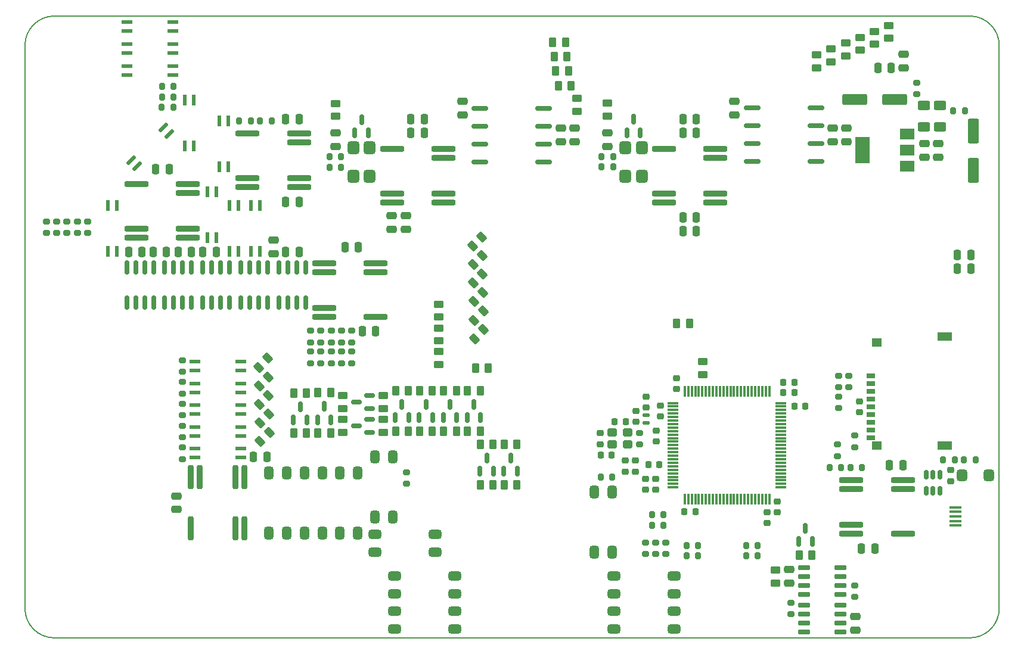
<source format=gtp>
G04 #@! TF.GenerationSoftware,KiCad,Pcbnew,7.0.6*
G04 #@! TF.CreationDate,2023-08-28T17:52:52+03:00*
G04 #@! TF.ProjectId,impeller,696d7065-6c6c-4657-922e-6b696361645f,rev?*
G04 #@! TF.SameCoordinates,Original*
G04 #@! TF.FileFunction,Paste,Top*
G04 #@! TF.FilePolarity,Positive*
%FSLAX46Y46*%
G04 Gerber Fmt 4.6, Leading zero omitted, Abs format (unit mm)*
G04 Created by KiCad (PCBNEW 7.0.6) date 2023-08-28 17:52:52*
%MOMM*%
%LPD*%
G01*
G04 APERTURE LIST*
G04 Aperture macros list*
%AMRoundRect*
0 Rectangle with rounded corners*
0 $1 Rounding radius*
0 $2 $3 $4 $5 $6 $7 $8 $9 X,Y pos of 4 corners*
0 Add a 4 corners polygon primitive as box body*
4,1,4,$2,$3,$4,$5,$6,$7,$8,$9,$2,$3,0*
0 Add four circle primitives for the rounded corners*
1,1,$1+$1,$2,$3*
1,1,$1+$1,$4,$5*
1,1,$1+$1,$6,$7*
1,1,$1+$1,$8,$9*
0 Add four rect primitives between the rounded corners*
20,1,$1+$1,$2,$3,$4,$5,0*
20,1,$1+$1,$4,$5,$6,$7,0*
20,1,$1+$1,$6,$7,$8,$9,0*
20,1,$1+$1,$8,$9,$2,$3,0*%
G04 Aperture macros list end*
%ADD10RoundRect,0.250000X0.250000X0.475000X-0.250000X0.475000X-0.250000X-0.475000X0.250000X-0.475000X0*%
%ADD11RoundRect,0.200000X0.275000X-0.200000X0.275000X0.200000X-0.275000X0.200000X-0.275000X-0.200000X0*%
%ADD12RoundRect,0.325000X0.325000X0.575000X-0.325000X0.575000X-0.325000X-0.575000X0.325000X-0.575000X0*%
%ADD13RoundRect,0.200000X-1.500000X0.200000X-1.500000X-0.200000X1.500000X-0.200000X1.500000X0.200000X0*%
%ADD14RoundRect,0.225000X-0.225000X-0.250000X0.225000X-0.250000X0.225000X0.250000X-0.225000X0.250000X0*%
%ADD15RoundRect,0.250000X0.475000X-0.250000X0.475000X0.250000X-0.475000X0.250000X-0.475000X-0.250000X0*%
%ADD16RoundRect,0.250000X0.132583X-0.503814X0.503814X-0.132583X-0.132583X0.503814X-0.503814X0.132583X0*%
%ADD17RoundRect,0.225000X-0.250000X0.225000X-0.250000X-0.225000X0.250000X-0.225000X0.250000X0.225000X0*%
%ADD18RoundRect,0.250000X0.262500X0.450000X-0.262500X0.450000X-0.262500X-0.450000X0.262500X-0.450000X0*%
%ADD19RoundRect,0.250000X0.450000X-0.262500X0.450000X0.262500X-0.450000X0.262500X-0.450000X-0.262500X0*%
%ADD20RoundRect,0.137500X-0.137500X0.662500X-0.137500X-0.662500X0.137500X-0.662500X0.137500X0.662500X0*%
%ADD21RoundRect,0.425000X0.425000X-0.500000X0.425000X0.500000X-0.425000X0.500000X-0.425000X-0.500000X0*%
%ADD22RoundRect,0.250000X-0.262500X-0.450000X0.262500X-0.450000X0.262500X0.450000X-0.262500X0.450000X0*%
%ADD23RoundRect,0.137500X-0.662500X-0.137500X0.662500X-0.137500X0.662500X0.137500X-0.662500X0.137500X0*%
%ADD24RoundRect,0.250000X-0.250000X-0.475000X0.250000X-0.475000X0.250000X0.475000X-0.250000X0.475000X0*%
%ADD25RoundRect,0.200000X0.200000X0.275000X-0.200000X0.275000X-0.200000X-0.275000X0.200000X-0.275000X0*%
%ADD26RoundRect,0.225000X0.250000X-0.225000X0.250000X0.225000X-0.250000X0.225000X-0.250000X-0.225000X0*%
%ADD27R,1.800000X0.400000*%
%ADD28RoundRect,0.162500X1.012500X0.162500X-1.012500X0.162500X-1.012500X-0.162500X1.012500X-0.162500X0*%
%ADD29RoundRect,0.150000X0.150000X-0.825000X0.150000X0.825000X-0.150000X0.825000X-0.150000X-0.825000X0*%
%ADD30RoundRect,0.137500X0.662500X0.137500X-0.662500X0.137500X-0.662500X-0.137500X0.662500X-0.137500X0*%
%ADD31RoundRect,0.200000X-0.275000X0.200000X-0.275000X-0.200000X0.275000X-0.200000X0.275000X0.200000X0*%
%ADD32RoundRect,0.325000X-0.575000X0.325000X-0.575000X-0.325000X0.575000X-0.325000X0.575000X0.325000X0*%
%ADD33RoundRect,0.200000X-0.200000X-0.275000X0.200000X-0.275000X0.200000X0.275000X-0.200000X0.275000X0*%
%ADD34RoundRect,0.150000X0.150000X-0.587500X0.150000X0.587500X-0.150000X0.587500X-0.150000X-0.587500X0*%
%ADD35RoundRect,0.250000X-1.500000X-0.550000X1.500000X-0.550000X1.500000X0.550000X-1.500000X0.550000X0*%
%ADD36RoundRect,0.150000X0.725000X0.150000X-0.725000X0.150000X-0.725000X-0.150000X0.725000X-0.150000X0*%
%ADD37RoundRect,0.137500X-0.371231X-0.565685X0.565685X0.371231X0.371231X0.565685X-0.565685X-0.371231X0*%
%ADD38RoundRect,0.250000X-0.475000X0.250000X-0.475000X-0.250000X0.475000X-0.250000X0.475000X0.250000X0*%
%ADD39RoundRect,0.325000X0.575000X-0.325000X0.575000X0.325000X-0.575000X0.325000X-0.575000X-0.325000X0*%
%ADD40RoundRect,0.380000X0.380000X0.445000X-0.380000X0.445000X-0.380000X-0.445000X0.380000X-0.445000X0*%
%ADD41RoundRect,0.200000X1.500000X-0.200000X1.500000X0.200000X-1.500000X0.200000X-1.500000X-0.200000X0*%
%ADD42R,1.300000X0.700000*%
%ADD43R,2.000000X1.200000*%
%ADD44R,1.400000X1.200000*%
%ADD45RoundRect,0.225000X0.225000X0.250000X-0.225000X0.250000X-0.225000X-0.250000X0.225000X-0.250000X0*%
%ADD46RoundRect,0.150000X-0.725000X-0.150000X0.725000X-0.150000X0.725000X0.150000X-0.725000X0.150000X0*%
%ADD47RoundRect,0.150000X0.587500X0.150000X-0.587500X0.150000X-0.587500X-0.150000X0.587500X-0.150000X0*%
%ADD48RoundRect,0.200000X0.200000X1.500000X-0.200000X1.500000X-0.200000X-1.500000X0.200000X-1.500000X0*%
%ADD49R,2.000000X1.500000*%
%ADD50R,2.000000X3.800000*%
%ADD51RoundRect,0.250000X-0.450000X0.262500X-0.450000X-0.262500X0.450000X-0.262500X0.450000X0.262500X0*%
%ADD52RoundRect,0.250000X-0.625000X0.400000X-0.625000X-0.400000X0.625000X-0.400000X0.625000X0.400000X0*%
%ADD53RoundRect,0.300000X0.400000X0.300000X-0.400000X0.300000X-0.400000X-0.300000X0.400000X-0.300000X0*%
%ADD54RoundRect,0.150000X-0.150000X0.512500X-0.150000X-0.512500X0.150000X-0.512500X0.150000X0.512500X0*%
%ADD55RoundRect,0.125000X0.375000X0.125000X-0.375000X0.125000X-0.375000X-0.125000X0.375000X-0.125000X0*%
%ADD56RoundRect,0.250000X-0.550000X1.500000X-0.550000X-1.500000X0.550000X-1.500000X0.550000X1.500000X0*%
%ADD57RoundRect,0.075000X-0.725000X-0.075000X0.725000X-0.075000X0.725000X0.075000X-0.725000X0.075000X0*%
%ADD58RoundRect,0.075000X-0.075000X-0.725000X0.075000X-0.725000X0.075000X0.725000X-0.075000X0.725000X0*%
G04 #@! TA.AperFunction,Profile*
%ADD59C,0.150000*%
G04 #@! TD*
G04 APERTURE END LIST*
D10*
X86672744Y-77126372D03*
X84772744Y-77126372D03*
D11*
X92412744Y-103461372D03*
X92412744Y-101811372D03*
D12*
X107252744Y-108506372D03*
X104712744Y-108506372D03*
X104712744Y-117046372D03*
X107252744Y-117046372D03*
D13*
X187417744Y-109556372D03*
X187417744Y-110826372D03*
X187417744Y-115906372D03*
X187417744Y-117176372D03*
X194717744Y-117176372D03*
X194717744Y-110826372D03*
X194717744Y-109556372D03*
D14*
X179327744Y-99066372D03*
X180877744Y-99066372D03*
D15*
X152772744Y-62106372D03*
X152772744Y-60206372D03*
D16*
X133618410Y-76289689D03*
X134908880Y-74999219D03*
D17*
X160292744Y-98946372D03*
X160292744Y-100496372D03*
D18*
X110045244Y-97158872D03*
X108220244Y-97158872D03*
D19*
X192742744Y-46748872D03*
X192742744Y-44923872D03*
D14*
X177767744Y-95646372D03*
X179317744Y-95646372D03*
D20*
X93967744Y-55536372D03*
X92697744Y-55536372D03*
X92697744Y-62036372D03*
X93967744Y-62036372D03*
D12*
X112252744Y-108506372D03*
X109712744Y-108506372D03*
X109712744Y-117046372D03*
X112252744Y-117046372D03*
D21*
X116697744Y-66371372D03*
X116697744Y-62321372D03*
X118997744Y-62321372D03*
X118997744Y-66371372D03*
D22*
X138110244Y-104486372D03*
X139935244Y-104486372D03*
D15*
X186737744Y-61436372D03*
X186737744Y-59536372D03*
D23*
X94192744Y-98901372D03*
X94192744Y-100171372D03*
X100692744Y-100171372D03*
X100692744Y-98901372D03*
D24*
X124857744Y-60211372D03*
X126757744Y-60211372D03*
D15*
X146137744Y-61456372D03*
X146137744Y-59556372D03*
D25*
X102107744Y-58476372D03*
X100457744Y-58476372D03*
D26*
X156732744Y-108346372D03*
X156732744Y-106796372D03*
D27*
X202181744Y-116006372D03*
X202181744Y-115356372D03*
X202181744Y-114706372D03*
X202181744Y-114056372D03*
X202181744Y-113406372D03*
D28*
X182372744Y-64296372D03*
X182372744Y-61756372D03*
X182372744Y-59216372D03*
X182372744Y-56676372D03*
X173322744Y-56676372D03*
X173322744Y-59216372D03*
X173322744Y-61756372D03*
X173322744Y-64296372D03*
D20*
X98887744Y-58506372D03*
X97617744Y-58506372D03*
X97617744Y-65006372D03*
X98887744Y-65006372D03*
D17*
X175422744Y-114091372D03*
X175422744Y-115641372D03*
D29*
X84482744Y-84281372D03*
X85752744Y-84281372D03*
X87022744Y-84281372D03*
X88292744Y-84281372D03*
X88292744Y-79331372D03*
X87022744Y-79331372D03*
X85752744Y-79331372D03*
X84482744Y-79331372D03*
D30*
X91002744Y-51966372D03*
X91002744Y-50696372D03*
X84502744Y-50696372D03*
X84502744Y-51966372D03*
D11*
X196722744Y-54711372D03*
X196722744Y-53061372D03*
D31*
X178840000Y-126990000D03*
X178840000Y-128640000D03*
D12*
X122262744Y-106276372D03*
X119722744Y-106276372D03*
X119722744Y-114816372D03*
X122262744Y-114816372D03*
D16*
X103442744Y-104056372D03*
X104733214Y-102765902D03*
D10*
X190737744Y-119276372D03*
X188837744Y-119276372D03*
D24*
X107052744Y-58216372D03*
X108952744Y-58216372D03*
D32*
X122562744Y-128196372D03*
X122562744Y-130736372D03*
X131102744Y-130736372D03*
X131102744Y-128196372D03*
D11*
X187882744Y-104891372D03*
X187882744Y-103241372D03*
D17*
X151772744Y-102901372D03*
X151772744Y-104451372D03*
D33*
X172482744Y-120316372D03*
X174132744Y-120316372D03*
D11*
X78932744Y-74451372D03*
X78932744Y-72801372D03*
D34*
X129452744Y-100653872D03*
X131352744Y-100653872D03*
X130402744Y-98778872D03*
D24*
X163497744Y-74146372D03*
X165397744Y-74146372D03*
D17*
X158192744Y-109351372D03*
X158192744Y-110901372D03*
D24*
X163497744Y-60191372D03*
X165397744Y-60191372D03*
D10*
X194717744Y-107472305D03*
X192817744Y-107472305D03*
D21*
X155337744Y-66351372D03*
X155337744Y-62301372D03*
X157637744Y-62301372D03*
X157637744Y-66351372D03*
D34*
X155537744Y-60153872D03*
X157437744Y-60153872D03*
X156487744Y-58278872D03*
D35*
X187932744Y-55466372D03*
X193532744Y-55466372D03*
D36*
X185845000Y-125775000D03*
X185845000Y-124505000D03*
X185845000Y-123235000D03*
X185845000Y-121965000D03*
X180695000Y-121965000D03*
X180695000Y-123235000D03*
X180695000Y-124505000D03*
X180695000Y-125775000D03*
D34*
X132852744Y-100653872D03*
X134752744Y-100653872D03*
X133802744Y-98778872D03*
D10*
X108952744Y-77116372D03*
X107052744Y-77116372D03*
D26*
X159722744Y-104051372D03*
X159722744Y-102501372D03*
D37*
X85075634Y-64055456D03*
X85973660Y-64953482D03*
X90569854Y-60357288D03*
X89671828Y-59459262D03*
D31*
X161072744Y-118441372D03*
X161072744Y-120091372D03*
D16*
X133830542Y-86825580D03*
X135121012Y-85535110D03*
D20*
X83107744Y-70546372D03*
X81837744Y-70546372D03*
X81837744Y-77046372D03*
X83107744Y-77046372D03*
D38*
X197772744Y-61746372D03*
X197772744Y-63646372D03*
D39*
X128272744Y-119816372D03*
X128272744Y-117276372D03*
X119732744Y-117276372D03*
X119732744Y-119816372D03*
D22*
X145800244Y-53466372D03*
X147625244Y-53466372D03*
D11*
X116452744Y-89986372D03*
X116452744Y-88336372D03*
X92412744Y-97261372D03*
X92412744Y-95611372D03*
D34*
X126042744Y-100653872D03*
X127942744Y-100653872D03*
X126992744Y-98778872D03*
D38*
X187950000Y-128960000D03*
X187950000Y-130860000D03*
D33*
X103427744Y-58476372D03*
X105077744Y-58476372D03*
D11*
X76012744Y-74441372D03*
X76012744Y-72791372D03*
D29*
X89887744Y-84281372D03*
X91157744Y-84281372D03*
X92427744Y-84281372D03*
X93697744Y-84281372D03*
X93697744Y-79331372D03*
X92427744Y-79331372D03*
X91157744Y-79331372D03*
X89887744Y-79331372D03*
D24*
X191202744Y-50936372D03*
X193102744Y-50936372D03*
D40*
X206932744Y-108886372D03*
X203172744Y-108886372D03*
D29*
X95287744Y-84281372D03*
X96557744Y-84281372D03*
X97827744Y-84281372D03*
X99097744Y-84281372D03*
X99097744Y-79331372D03*
X97827744Y-79331372D03*
X96557744Y-79331372D03*
X95287744Y-79331372D03*
D41*
X93172744Y-75056372D03*
X93172744Y-73786372D03*
X93172744Y-68706372D03*
X93172744Y-67436372D03*
X85872744Y-67436372D03*
X85872744Y-73786372D03*
X85872744Y-75056372D03*
D42*
X190152744Y-94739372D03*
X190152744Y-95839372D03*
X190152744Y-96939372D03*
X190152744Y-98039372D03*
X190152744Y-99139372D03*
X190152744Y-100239372D03*
X190152744Y-101339372D03*
X190152744Y-102439372D03*
X190152744Y-103539372D03*
D43*
X200702744Y-104639372D03*
X200702744Y-89119372D03*
D44*
X191002744Y-104639372D03*
X191002744Y-89959372D03*
D45*
X165267744Y-114046372D03*
X163717744Y-114046372D03*
D16*
X103283645Y-96154453D03*
X104574115Y-94863983D03*
D22*
X132890244Y-96846372D03*
X134715244Y-96846372D03*
D39*
X162262744Y-130726372D03*
X162262744Y-128186372D03*
X153722744Y-128186372D03*
X153722744Y-130726372D03*
D25*
X114957744Y-65076372D03*
X113307744Y-65076372D03*
D11*
X77472744Y-74451372D03*
X77472744Y-72801372D03*
D18*
X131315244Y-96846372D03*
X129490244Y-96846372D03*
D17*
X176882744Y-112571372D03*
X176882744Y-114121372D03*
D22*
X162620244Y-87306372D03*
X164445244Y-87306372D03*
D25*
X202097744Y-106656372D03*
X200447744Y-106656372D03*
X188917744Y-107736372D03*
X187267744Y-107736372D03*
D26*
X155272744Y-108346372D03*
X155272744Y-106796372D03*
D10*
X97192744Y-77126372D03*
X95292744Y-77126372D03*
D46*
X180695000Y-127370000D03*
X180695000Y-128640000D03*
X180695000Y-129910000D03*
X180695000Y-131180000D03*
X185845000Y-131180000D03*
X185845000Y-129910000D03*
X185845000Y-128640000D03*
X185845000Y-127370000D03*
D47*
X118997744Y-99406372D03*
X118997744Y-97506372D03*
X117122744Y-98456372D03*
D33*
X151802744Y-109136372D03*
X153452744Y-109136372D03*
D11*
X185582744Y-96351372D03*
X185582744Y-94701372D03*
D48*
X101242744Y-109136372D03*
X99972744Y-109136372D03*
X94892744Y-109136372D03*
X93622744Y-109136372D03*
X93622744Y-116436372D03*
X99972744Y-116436372D03*
X101242744Y-116436372D03*
D24*
X163497744Y-58231372D03*
X165397744Y-58231372D03*
D19*
X152787744Y-57808872D03*
X152787744Y-55983872D03*
D49*
X195332744Y-64956372D03*
X195332744Y-62656372D03*
D50*
X189032744Y-62656372D03*
D49*
X195332744Y-60356372D03*
D29*
X106097744Y-84281372D03*
X107367744Y-84281372D03*
X108637744Y-84281372D03*
X109907744Y-84281372D03*
X109907744Y-79331372D03*
X108637744Y-79331372D03*
X107367744Y-79331372D03*
X106097744Y-79331372D03*
D22*
X132890244Y-102586372D03*
X134715244Y-102586372D03*
D16*
X103336678Y-98788426D03*
X104627148Y-97497956D03*
D12*
X117252744Y-108506372D03*
X114712744Y-108506372D03*
X114712744Y-117046372D03*
X117252744Y-117046372D03*
D26*
X201492744Y-109681372D03*
X201492744Y-108131372D03*
D24*
X202502744Y-77536372D03*
X204402744Y-77536372D03*
D34*
X116897744Y-60173872D03*
X118797744Y-60173872D03*
X117847744Y-58298872D03*
D19*
X184542744Y-50108872D03*
X184542744Y-48283872D03*
D33*
X201897744Y-57026372D03*
X203547744Y-57026372D03*
D19*
X115190244Y-99368872D03*
X115190244Y-97543872D03*
D10*
X104412744Y-106276372D03*
X102512744Y-106276372D03*
X117382744Y-76486372D03*
X115482744Y-76486372D03*
D22*
X145000244Y-47286372D03*
X146825244Y-47286372D03*
D33*
X159087744Y-115946372D03*
X160737744Y-115946372D03*
D28*
X143732744Y-64316372D03*
X143732744Y-61776372D03*
X143732744Y-59236372D03*
X143732744Y-56696372D03*
X134682744Y-56696372D03*
X134682744Y-59236372D03*
X134682744Y-61776372D03*
X134682744Y-64316372D03*
D15*
X132177744Y-57646372D03*
X132177744Y-55746372D03*
D51*
X166272744Y-92733872D03*
X166272744Y-94558872D03*
D25*
X165662744Y-120326372D03*
X164012744Y-120326372D03*
D22*
X126080244Y-96846372D03*
X127905244Y-96846372D03*
D33*
X89477744Y-55076372D03*
X91127744Y-55076372D03*
D31*
X185442744Y-104481372D03*
X185442744Y-106131372D03*
D19*
X128832744Y-89748872D03*
X128832744Y-87923872D03*
D33*
X89467744Y-56536372D03*
X91117744Y-56536372D03*
D11*
X73092744Y-74451372D03*
X73092744Y-72801372D03*
D52*
X200002744Y-56266372D03*
X200002744Y-59366372D03*
D15*
X148097744Y-61456372D03*
X148097744Y-59556372D03*
D53*
X153432744Y-104506372D03*
X155632744Y-104506372D03*
X155632744Y-102806372D03*
X153432744Y-102806372D03*
D31*
X110612744Y-91306372D03*
X110612744Y-92956372D03*
D54*
X199972744Y-108768872D03*
X199022744Y-108768872D03*
X198072744Y-108768872D03*
X198072744Y-111043872D03*
X199022744Y-111043872D03*
X199972744Y-111043872D03*
D16*
X133671443Y-78923662D03*
X134961913Y-77633192D03*
D10*
X93697744Y-77126372D03*
X91797744Y-77126372D03*
D25*
X114957744Y-63606372D03*
X113307744Y-63606372D03*
D17*
X159652744Y-109351372D03*
X159652744Y-110901372D03*
D23*
X94192744Y-102001372D03*
X94192744Y-103271372D03*
X100692744Y-103271372D03*
X100692744Y-102001372D03*
D22*
X134040244Y-93596372D03*
X135865244Y-93596372D03*
D24*
X163497744Y-72186372D03*
X165397744Y-72186372D03*
D11*
X113532744Y-89986372D03*
X113532744Y-88336372D03*
D24*
X88222744Y-77126372D03*
X90122744Y-77126372D03*
D38*
X194842744Y-49036372D03*
X194842744Y-50936372D03*
D17*
X156802744Y-99731372D03*
X156802744Y-101281372D03*
D25*
X153597744Y-65056372D03*
X151947744Y-65056372D03*
D20*
X100327744Y-70556372D03*
X99057744Y-70556372D03*
X99057744Y-77056372D03*
X100327744Y-77056372D03*
D25*
X165662744Y-118866372D03*
X164012744Y-118866372D03*
D22*
X129490244Y-102586372D03*
X131315244Y-102586372D03*
D19*
X128832744Y-93108872D03*
X128832744Y-91283872D03*
D31*
X158152744Y-118441372D03*
X158152744Y-120091372D03*
D22*
X111620244Y-102896372D03*
X113445244Y-102896372D03*
D11*
X110612744Y-89986372D03*
X110612744Y-88336372D03*
D23*
X94192744Y-105101372D03*
X94192744Y-106371372D03*
X100692744Y-106371372D03*
X100692744Y-105101372D03*
D18*
X124505244Y-96846372D03*
X122680244Y-96846372D03*
D15*
X105322744Y-77356372D03*
X105322744Y-75456372D03*
D19*
X114132744Y-57828872D03*
X114132744Y-56003872D03*
D15*
X170817744Y-57626372D03*
X170817744Y-55726372D03*
D16*
X133724476Y-81557634D03*
X135014946Y-80267164D03*
D10*
X119832744Y-88386372D03*
X117932744Y-88386372D03*
D12*
X153442744Y-111276372D03*
X150902744Y-111276372D03*
X150902744Y-119816372D03*
X153442744Y-119816372D03*
D55*
X158252744Y-101466372D03*
X158252744Y-100366372D03*
D38*
X122152744Y-71976372D03*
X122152744Y-73876372D03*
D31*
X159612744Y-118441372D03*
X159612744Y-120091372D03*
D29*
X100697744Y-84281372D03*
X101967744Y-84281372D03*
X103237744Y-84281372D03*
X104507744Y-84281372D03*
X104507744Y-79331372D03*
X103237744Y-79331372D03*
X101967744Y-79331372D03*
X100697744Y-79331372D03*
D33*
X203417744Y-106656372D03*
X205067744Y-106656372D03*
D14*
X177772744Y-97106372D03*
X179322744Y-97106372D03*
D41*
X108952744Y-67916372D03*
X108952744Y-66646372D03*
X108952744Y-61566372D03*
X108952744Y-60296372D03*
X101652744Y-60296372D03*
X101652744Y-66646372D03*
X101652744Y-67916372D03*
D22*
X108220244Y-102906372D03*
X110045244Y-102906372D03*
D34*
X134672744Y-108293872D03*
X136572744Y-108293872D03*
X135622744Y-106418872D03*
D15*
X114132744Y-62126372D03*
X114132744Y-60226372D03*
D14*
X153807744Y-101266372D03*
X155357744Y-101266372D03*
D22*
X122680244Y-102586372D03*
X124505244Y-102586372D03*
D18*
X136535244Y-104486372D03*
X134710244Y-104486372D03*
D17*
X158262744Y-97681372D03*
X158262744Y-99231372D03*
D22*
X145200244Y-49346372D03*
X147025244Y-49346372D03*
D25*
X185957744Y-107736372D03*
X184307744Y-107736372D03*
D38*
X124112744Y-71976372D03*
X124112744Y-73876372D03*
D15*
X91532744Y-113736372D03*
X91532744Y-111836372D03*
D19*
X188642744Y-48428872D03*
X188642744Y-46603872D03*
X120932744Y-102768872D03*
X120932744Y-100943872D03*
D52*
X197762744Y-56266372D03*
X197762744Y-59366372D03*
D34*
X111582744Y-100963872D03*
X113482744Y-100963872D03*
X112532744Y-99088872D03*
D11*
X92412744Y-106561372D03*
X92412744Y-104911372D03*
D51*
X128832744Y-84563872D03*
X128832744Y-86388872D03*
D24*
X202502744Y-79496372D03*
X204402744Y-79496372D03*
D15*
X184777744Y-61436372D03*
X184777744Y-59536372D03*
D22*
X126080244Y-102586372D03*
X127905244Y-102586372D03*
X145430244Y-51406372D03*
X147255244Y-51406372D03*
D31*
X116452744Y-91306372D03*
X116452744Y-92956372D03*
D22*
X134710244Y-110226372D03*
X136535244Y-110226372D03*
D56*
X204712744Y-59916372D03*
X204712744Y-65516372D03*
D31*
X112072744Y-91306372D03*
X112072744Y-92956372D03*
D20*
X103427744Y-70546372D03*
X102157744Y-70546372D03*
X102157744Y-77046372D03*
X103427744Y-77046372D03*
D30*
X91002744Y-48861372D03*
X91002744Y-47591372D03*
X84502744Y-47591372D03*
X84502744Y-48861372D03*
D33*
X89477744Y-53616372D03*
X91127744Y-53616372D03*
D20*
X97217744Y-68596372D03*
X95947744Y-68596372D03*
X95947744Y-75096372D03*
X97217744Y-75096372D03*
D16*
X103389711Y-101422399D03*
X104680181Y-100131929D03*
D22*
X111620244Y-97146372D03*
X113445244Y-97146372D03*
X138110244Y-110226372D03*
X139935244Y-110226372D03*
D47*
X118997744Y-102806372D03*
X118997744Y-100906372D03*
X117122744Y-101856372D03*
D45*
X160167744Y-107336372D03*
X158617744Y-107336372D03*
D57*
X162077744Y-98591372D03*
X162077744Y-99091372D03*
X162077744Y-99591372D03*
X162077744Y-100091372D03*
X162077744Y-100591372D03*
X162077744Y-101091372D03*
X162077744Y-101591372D03*
X162077744Y-102091372D03*
X162077744Y-102591372D03*
X162077744Y-103091372D03*
X162077744Y-103591372D03*
X162077744Y-104091372D03*
X162077744Y-104591372D03*
X162077744Y-105091372D03*
X162077744Y-105591372D03*
X162077744Y-106091372D03*
X162077744Y-106591372D03*
X162077744Y-107091372D03*
X162077744Y-107591372D03*
X162077744Y-108091372D03*
X162077744Y-108591372D03*
X162077744Y-109091372D03*
X162077744Y-109591372D03*
X162077744Y-110091372D03*
X162077744Y-110591372D03*
D58*
X163752744Y-112266372D03*
X164252744Y-112266372D03*
X164752744Y-112266372D03*
X165252744Y-112266372D03*
X165752744Y-112266372D03*
X166252744Y-112266372D03*
X166752744Y-112266372D03*
X167252744Y-112266372D03*
X167752744Y-112266372D03*
X168252744Y-112266372D03*
X168752744Y-112266372D03*
X169252744Y-112266372D03*
X169752744Y-112266372D03*
X170252744Y-112266372D03*
X170752744Y-112266372D03*
X171252744Y-112266372D03*
X171752744Y-112266372D03*
X172252744Y-112266372D03*
X172752744Y-112266372D03*
X173252744Y-112266372D03*
X173752744Y-112266372D03*
X174252744Y-112266372D03*
X174752744Y-112266372D03*
X175252744Y-112266372D03*
X175752744Y-112266372D03*
D57*
X177427744Y-110591372D03*
X177427744Y-110091372D03*
X177427744Y-109591372D03*
X177427744Y-109091372D03*
X177427744Y-108591372D03*
X177427744Y-108091372D03*
X177427744Y-107591372D03*
X177427744Y-107091372D03*
X177427744Y-106591372D03*
X177427744Y-106091372D03*
X177427744Y-105591372D03*
X177427744Y-105091372D03*
X177427744Y-104591372D03*
X177427744Y-104091372D03*
X177427744Y-103591372D03*
X177427744Y-103091372D03*
X177427744Y-102591372D03*
X177427744Y-102091372D03*
X177427744Y-101591372D03*
X177427744Y-101091372D03*
X177427744Y-100591372D03*
X177427744Y-100091372D03*
X177427744Y-99591372D03*
X177427744Y-99091372D03*
X177427744Y-98591372D03*
D58*
X175752744Y-96916372D03*
X175252744Y-96916372D03*
X174752744Y-96916372D03*
X174252744Y-96916372D03*
X173752744Y-96916372D03*
X173252744Y-96916372D03*
X172752744Y-96916372D03*
X172252744Y-96916372D03*
X171752744Y-96916372D03*
X171252744Y-96916372D03*
X170752744Y-96916372D03*
X170252744Y-96916372D03*
X169752744Y-96916372D03*
X169252744Y-96916372D03*
X168752744Y-96916372D03*
X168252744Y-96916372D03*
X167752744Y-96916372D03*
X167252744Y-96916372D03*
X166752744Y-96916372D03*
X166252744Y-96916372D03*
X165752744Y-96916372D03*
X165252744Y-96916372D03*
X164752744Y-96916372D03*
X164252744Y-96916372D03*
X163752744Y-96916372D03*
D11*
X92412744Y-100361372D03*
X92412744Y-98711372D03*
D34*
X122642744Y-100653872D03*
X124542744Y-100653872D03*
X123592744Y-98778872D03*
D19*
X176660000Y-124185000D03*
X176660000Y-122360000D03*
D16*
X103230612Y-93520481D03*
X104521082Y-92230011D03*
D23*
X94192744Y-95801372D03*
X94192744Y-97071372D03*
X100692744Y-97071372D03*
X100692744Y-95801372D03*
D11*
X187042744Y-96351372D03*
X187042744Y-94701372D03*
D19*
X148412744Y-57108872D03*
X148412744Y-55283872D03*
D23*
X94192744Y-92701372D03*
X94192744Y-93971372D03*
X100692744Y-93971372D03*
X100692744Y-92701372D03*
D31*
X114992744Y-91306372D03*
X114992744Y-92956372D03*
D11*
X74552744Y-74451372D03*
X74552744Y-72801372D03*
D15*
X178590000Y-124185000D03*
X178590000Y-122285000D03*
D31*
X124222744Y-108451372D03*
X124222744Y-110101372D03*
D24*
X124857744Y-58251372D03*
X126757744Y-58251372D03*
D16*
X133883575Y-89459553D03*
X135174045Y-88169083D03*
D26*
X162572744Y-96631372D03*
X162572744Y-95081372D03*
D30*
X91002744Y-45756372D03*
X91002744Y-44486372D03*
X84502744Y-44486372D03*
X84502744Y-45756372D03*
D22*
X179987500Y-120180000D03*
X181812500Y-120180000D03*
D16*
X133777509Y-84191607D03*
X135067979Y-82901137D03*
D34*
X179950000Y-118247500D03*
X181850000Y-118247500D03*
X180900000Y-116372500D03*
D31*
X157354686Y-102846372D03*
X157354686Y-104496372D03*
D19*
X186592744Y-49268872D03*
X186592744Y-47443872D03*
D39*
X162262744Y-125726372D03*
X162262744Y-123186372D03*
X153722744Y-123186372D03*
X153722744Y-125726372D03*
D31*
X113532744Y-91306372D03*
X113532744Y-92956372D03*
D19*
X190692744Y-47588872D03*
X190692744Y-45763872D03*
D11*
X112072744Y-89986372D03*
X112072744Y-88336372D03*
D13*
X112552744Y-78696372D03*
X112552744Y-79966372D03*
X112552744Y-85046372D03*
X112552744Y-86316372D03*
X119852744Y-86316372D03*
X119852744Y-79966372D03*
X119852744Y-78696372D03*
D19*
X120932744Y-99368872D03*
X120932744Y-97543872D03*
D26*
X188542744Y-99914372D03*
X188542744Y-98364372D03*
D24*
X107052744Y-69986372D03*
X108952744Y-69986372D03*
D31*
X187890000Y-124505000D03*
X187890000Y-126155000D03*
D19*
X182492744Y-50948872D03*
X182492744Y-49123872D03*
D33*
X159097744Y-114486372D03*
X160747744Y-114486372D03*
D41*
X129457744Y-70126372D03*
X129457744Y-68856372D03*
X129457744Y-63776372D03*
X129457744Y-62506372D03*
X122157744Y-62506372D03*
X122157744Y-68856372D03*
X122157744Y-70126372D03*
X168082744Y-70086372D03*
X168082744Y-68816372D03*
X168082744Y-63736372D03*
X168082744Y-62466372D03*
X160782744Y-62466372D03*
X160782744Y-68816372D03*
X160782744Y-70086372D03*
D11*
X92402744Y-94161372D03*
X92402744Y-92511372D03*
D34*
X108182744Y-100973872D03*
X110082744Y-100973872D03*
X109132744Y-99098872D03*
D51*
X115190244Y-100943872D03*
X115190244Y-102768872D03*
D31*
X185582744Y-97671372D03*
X185582744Y-99321372D03*
D24*
X88592744Y-65366372D03*
X90492744Y-65366372D03*
D33*
X172482744Y-118846372D03*
X174132744Y-118846372D03*
D11*
X114992744Y-89986372D03*
X114992744Y-88336372D03*
D45*
X153397744Y-106036372D03*
X151847744Y-106036372D03*
D34*
X138072744Y-108293872D03*
X139972744Y-108293872D03*
X139022744Y-106418872D03*
D38*
X199732744Y-61746372D03*
X199732744Y-63646372D03*
D32*
X122562744Y-123196372D03*
X122562744Y-125736372D03*
X131102744Y-125736372D03*
X131102744Y-123196372D03*
D25*
X153597744Y-63586372D03*
X151947744Y-63586372D03*
D59*
X208427728Y-47786372D02*
G75*
G03*
X204227744Y-43586372I-4200028J-28D01*
G01*
X204227744Y-43586372D02*
X74227744Y-43586372D01*
X208427744Y-127786372D02*
X208427744Y-47786372D01*
X70027728Y-127786372D02*
G75*
G03*
X74227744Y-131986372I4199972J-28D01*
G01*
X70027744Y-47786372D02*
X70027744Y-127786372D01*
X204227744Y-131986444D02*
G75*
G03*
X208427744Y-127786372I-44J4200044D01*
G01*
X74227744Y-43586364D02*
G75*
G03*
X70027744Y-47786372I6J-4200006D01*
G01*
X74227744Y-131986372D02*
X204227744Y-131986372D01*
M02*

</source>
